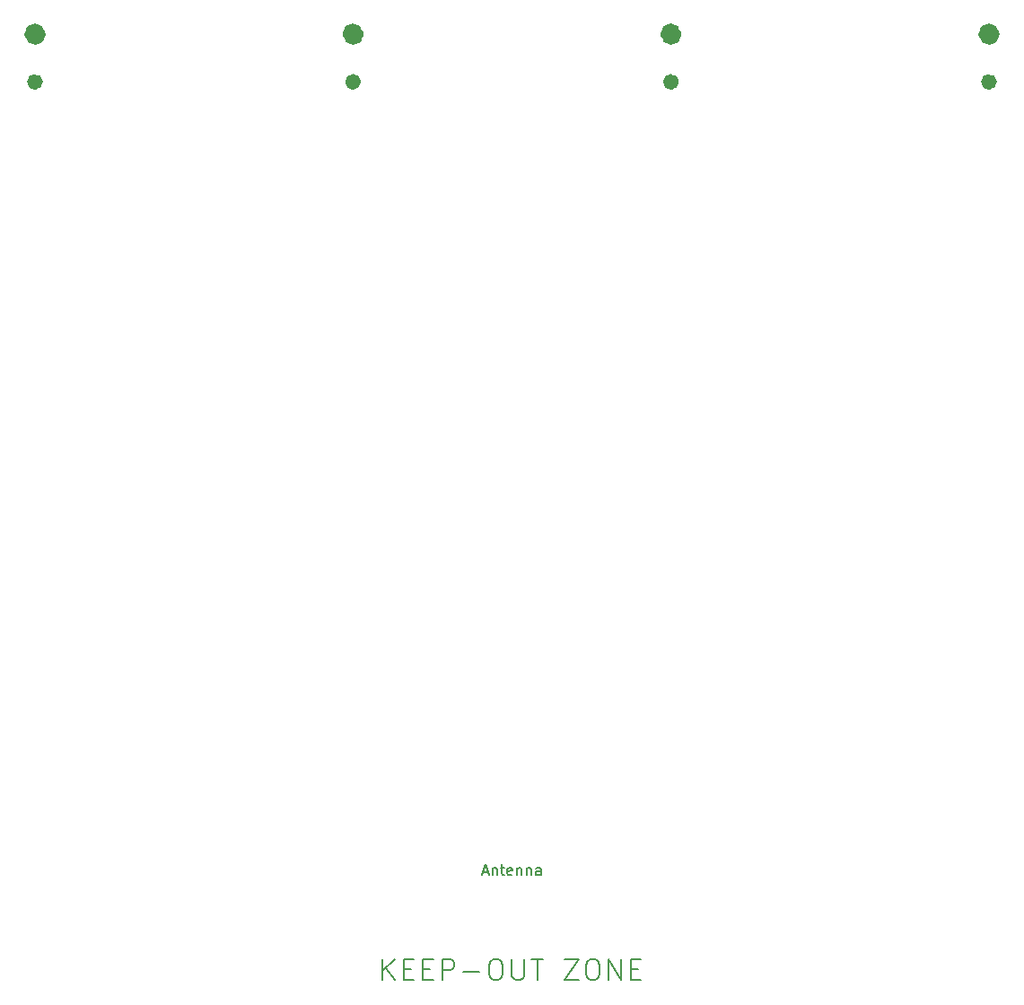
<source format=gbr>
%TF.GenerationSoftware,KiCad,Pcbnew,(6.0.10)*%
%TF.CreationDate,2023-01-05T01:40:23+01:00*%
%TF.ProjectId,obs-studio-controller,6f62732d-7374-4756-9469-6f2d636f6e74,rev?*%
%TF.SameCoordinates,Original*%
%TF.FileFunction,Other,Comment*%
%FSLAX46Y46*%
G04 Gerber Fmt 4.6, Leading zero omitted, Abs format (unit mm)*
G04 Created by KiCad (PCBNEW (6.0.10)) date 2023-01-05 01:40:23*
%MOMM*%
%LPD*%
G01*
G04 APERTURE LIST*
%ADD10C,0.150000*%
%ADD11C,1.000000*%
%ADD12C,0.750000*%
G04 APERTURE END LIST*
D10*
%TO.C,U1*%
X35307142Y-81769761D02*
X35307142Y-79769761D01*
X36450000Y-81769761D02*
X35592857Y-80626904D01*
X36450000Y-79769761D02*
X35307142Y-80912619D01*
X37307142Y-80722142D02*
X37973809Y-80722142D01*
X38259523Y-81769761D02*
X37307142Y-81769761D01*
X37307142Y-79769761D01*
X38259523Y-79769761D01*
X39116666Y-80722142D02*
X39783333Y-80722142D01*
X40069047Y-81769761D02*
X39116666Y-81769761D01*
X39116666Y-79769761D01*
X40069047Y-79769761D01*
X40926190Y-81769761D02*
X40926190Y-79769761D01*
X41688095Y-79769761D01*
X41878571Y-79865000D01*
X41973809Y-79960238D01*
X42069047Y-80150714D01*
X42069047Y-80436428D01*
X41973809Y-80626904D01*
X41878571Y-80722142D01*
X41688095Y-80817380D01*
X40926190Y-80817380D01*
X42926190Y-81007857D02*
X44450000Y-81007857D01*
X45783333Y-79769761D02*
X46164285Y-79769761D01*
X46354761Y-79865000D01*
X46545238Y-80055476D01*
X46640476Y-80436428D01*
X46640476Y-81103095D01*
X46545238Y-81484047D01*
X46354761Y-81674523D01*
X46164285Y-81769761D01*
X45783333Y-81769761D01*
X45592857Y-81674523D01*
X45402380Y-81484047D01*
X45307142Y-81103095D01*
X45307142Y-80436428D01*
X45402380Y-80055476D01*
X45592857Y-79865000D01*
X45783333Y-79769761D01*
X47497619Y-79769761D02*
X47497619Y-81388809D01*
X47592857Y-81579285D01*
X47688095Y-81674523D01*
X47878571Y-81769761D01*
X48259523Y-81769761D01*
X48450000Y-81674523D01*
X48545238Y-81579285D01*
X48640476Y-81388809D01*
X48640476Y-79769761D01*
X49307142Y-79769761D02*
X50450000Y-79769761D01*
X49878571Y-81769761D02*
X49878571Y-79769761D01*
X52450000Y-79769761D02*
X53783333Y-79769761D01*
X52450000Y-81769761D01*
X53783333Y-81769761D01*
X54926190Y-79769761D02*
X55307142Y-79769761D01*
X55497619Y-79865000D01*
X55688095Y-80055476D01*
X55783333Y-80436428D01*
X55783333Y-81103095D01*
X55688095Y-81484047D01*
X55497619Y-81674523D01*
X55307142Y-81769761D01*
X54926190Y-81769761D01*
X54735714Y-81674523D01*
X54545238Y-81484047D01*
X54450000Y-81103095D01*
X54450000Y-80436428D01*
X54545238Y-80055476D01*
X54735714Y-79865000D01*
X54926190Y-79769761D01*
X56640476Y-81769761D02*
X56640476Y-79769761D01*
X57783333Y-81769761D01*
X57783333Y-79769761D01*
X58735714Y-80722142D02*
X59402380Y-80722142D01*
X59688095Y-81769761D02*
X58735714Y-81769761D01*
X58735714Y-79769761D01*
X59688095Y-79769761D01*
X44738095Y-71551666D02*
X45214285Y-71551666D01*
X44642857Y-71837380D02*
X44976190Y-70837380D01*
X45309523Y-71837380D01*
X45642857Y-71170714D02*
X45642857Y-71837380D01*
X45642857Y-71265952D02*
X45690476Y-71218333D01*
X45785714Y-71170714D01*
X45928571Y-71170714D01*
X46023809Y-71218333D01*
X46071428Y-71313571D01*
X46071428Y-71837380D01*
X46404761Y-71170714D02*
X46785714Y-71170714D01*
X46547619Y-70837380D02*
X46547619Y-71694523D01*
X46595238Y-71789761D01*
X46690476Y-71837380D01*
X46785714Y-71837380D01*
X47500000Y-71789761D02*
X47404761Y-71837380D01*
X47214285Y-71837380D01*
X47119047Y-71789761D01*
X47071428Y-71694523D01*
X47071428Y-71313571D01*
X47119047Y-71218333D01*
X47214285Y-71170714D01*
X47404761Y-71170714D01*
X47500000Y-71218333D01*
X47547619Y-71313571D01*
X47547619Y-71408809D01*
X47071428Y-71504047D01*
X47976190Y-71170714D02*
X47976190Y-71837380D01*
X47976190Y-71265952D02*
X48023809Y-71218333D01*
X48119047Y-71170714D01*
X48261904Y-71170714D01*
X48357142Y-71218333D01*
X48404761Y-71313571D01*
X48404761Y-71837380D01*
X48880952Y-71170714D02*
X48880952Y-71837380D01*
X48880952Y-71265952D02*
X48928571Y-71218333D01*
X49023809Y-71170714D01*
X49166666Y-71170714D01*
X49261904Y-71218333D01*
X49309523Y-71313571D01*
X49309523Y-71837380D01*
X50214285Y-71837380D02*
X50214285Y-71313571D01*
X50166666Y-71218333D01*
X50071428Y-71170714D01*
X49880952Y-71170714D01*
X49785714Y-71218333D01*
X50214285Y-71789761D02*
X50119047Y-71837380D01*
X49880952Y-71837380D01*
X49785714Y-71789761D01*
X49738095Y-71694523D01*
X49738095Y-71599285D01*
X49785714Y-71504047D01*
X49880952Y-71456428D01*
X50119047Y-71456428D01*
X50214285Y-71408809D01*
D11*
%TO.C,SW1*%
X3000000Y7500000D02*
G75*
G03*
X3000000Y7500000I-500000J0D01*
G01*
D12*
X2870000Y3000000D02*
G75*
G03*
X2870000Y3000000I-370000J0D01*
G01*
%TO.C,SW3*%
X62870000Y3000000D02*
G75*
G03*
X62870000Y3000000I-370000J0D01*
G01*
D11*
X63000000Y7500000D02*
G75*
G03*
X63000000Y7500000I-500000J0D01*
G01*
D12*
%TO.C,SW2*%
X32870000Y3000000D02*
G75*
G03*
X32870000Y3000000I-370000J0D01*
G01*
D11*
X33000000Y7500000D02*
G75*
G03*
X33000000Y7500000I-500000J0D01*
G01*
%TO.C,SW4*%
X93000000Y7500000D02*
G75*
G03*
X93000000Y7500000I-500000J0D01*
G01*
D12*
X92870000Y3000000D02*
G75*
G03*
X92870000Y3000000I-370000J0D01*
G01*
%TD*%
M02*

</source>
